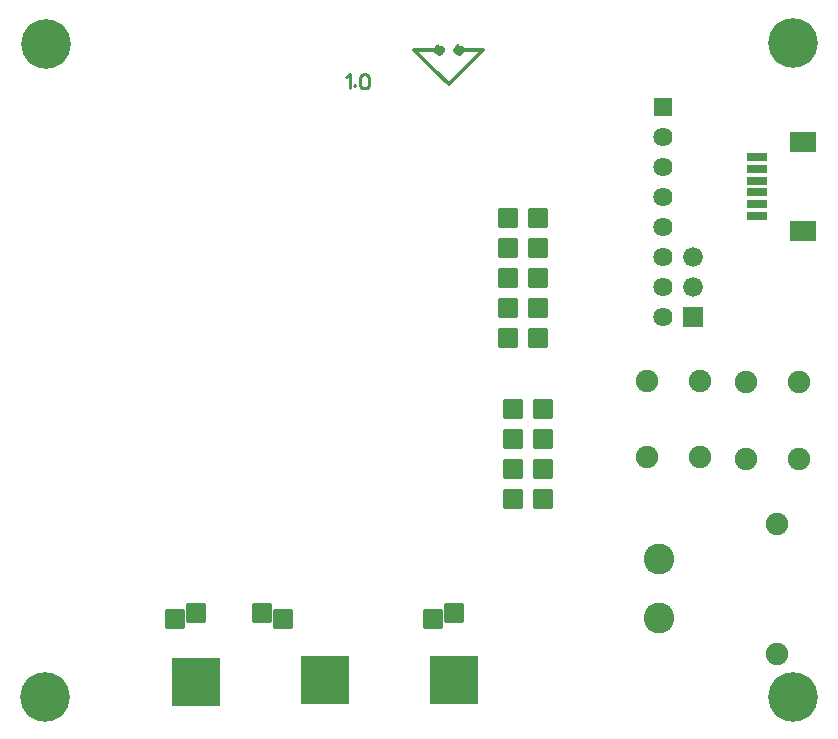
<source format=gts>
G04 Layer: TopSolderMaskLayer*
G04 EasyEDA v6.5.39, 2024-01-09 23:26:39*
G04 412fee2aba674f6794ce960f83f023ec,7c1e8d740ba24e6f83eb2d53d3341807,10*
G04 Gerber Generator version 0.2*
G04 Scale: 100 percent, Rotated: No, Reflected: No *
G04 Dimensions in millimeters *
G04 leading zeros omitted , absolute positions ,4 integer and 5 decimal *
%FSLAX45Y45*%
%MOMM*%

%AMMACRO1*1,1,$1,$2,$3*1,1,$1,$4,$5*1,1,$1,0-$2,0-$3*1,1,$1,0-$4,0-$5*20,1,$1,$2,$3,$4,$5,0*20,1,$1,$4,$5,0-$2,0-$3,0*20,1,$1,0-$2,0-$3,0-$4,0-$5,0*20,1,$1,0-$4,0-$5,$2,$3,0*4,1,4,$2,$3,$4,$5,0-$2,0-$3,0-$4,0-$5,$2,$3,0*%
%ADD10C,0.2500*%
%ADD11C,0.3500*%
%ADD12C,1.6764*%
%ADD13R,1.6764X1.6764*%
%ADD14MACRO1,0.1016X0.7874X0.7874X0.7874X-0.7874*%
%ADD15R,1.7532X0.8032*%
%ADD16R,2.2032X1.7032*%
%ADD17R,1.6256X1.6256*%
%ADD18C,1.6256*%
%ADD19C,1.9016*%
%ADD20C,2.6016*%
%ADD21MACRO1,0.1016X2X2X2X-2*%
%ADD22MACRO1,0.1016X0.7875X0.7875X0.7875X-0.7875*%
%ADD23C,4.2016*%
%ADD24C,0.7500*%

%LPD*%
D10*
X393700Y2503678D02*
G01*
X405129Y2509265D01*
X422147Y2526537D01*
X422147Y2407157D01*
X465328Y2435605D02*
G01*
X459486Y2429763D01*
X465328Y2424176D01*
X470915Y2429763D01*
X465328Y2435605D01*
X542544Y2526537D02*
G01*
X525526Y2520695D01*
X514095Y2503678D01*
X508507Y2475229D01*
X508507Y2458212D01*
X514095Y2429763D01*
X525526Y2412745D01*
X542544Y2407157D01*
X553973Y2407157D01*
X570992Y2412745D01*
X582421Y2429763D01*
X588010Y2458212D01*
X588010Y2475229D01*
X582421Y2503678D01*
X570992Y2520695D01*
X553973Y2526537D01*
X542544Y2526537D01*
D11*
X1346354Y2730487D02*
G01*
X1552097Y2730487D01*
X1265069Y2443467D01*
X1181254Y2730487D02*
G01*
X965354Y2730487D01*
X1133741Y2562087D01*
X1265168Y2443467D01*
D12*
G01*
X3327400Y977900D03*
G01*
X3327400Y723900D03*
D13*
G01*
X3327400Y469900D03*
D14*
G01*
X2019300Y546100D03*
G01*
X2019300Y292100D03*
G01*
X1765300Y292100D03*
G01*
X2019300Y800100D03*
G01*
X1803397Y-558800D03*
G01*
X1803400Y-1066800D03*
D15*
G01*
X3870248Y1324792D03*
G01*
X3870248Y1424818D03*
G01*
X3870248Y1524817D03*
G01*
X3870248Y1624817D03*
G01*
X3870248Y1724817D03*
G01*
X3870248Y1824817D03*
D16*
G01*
X4257751Y1954789D03*
G01*
X4257751Y1194795D03*
D14*
G01*
X1130297Y-2082495D03*
G01*
X-142999Y-2082495D03*
G01*
X-1054097Y-2082495D03*
G01*
X2057400Y-1066800D03*
G01*
X2057394Y-304800D03*
G01*
X1803400Y-812800D03*
G01*
X1803397Y-304800D03*
D17*
G01*
X3073400Y2247900D03*
D18*
G01*
X3073400Y1993900D03*
G01*
X3073400Y1739900D03*
G01*
X3073400Y1485900D03*
G01*
X3073400Y1231900D03*
G01*
X3073400Y977900D03*
G01*
X3073400Y723900D03*
G01*
X3073400Y469900D03*
D19*
G01*
X2937306Y-718693D03*
G01*
X2937306Y-68706D03*
G01*
X3387293Y-718693D03*
G01*
X3387293Y-68706D03*
G01*
X3775506Y-731393D03*
G01*
X3775506Y-81406D03*
G01*
X4225493Y-731393D03*
G01*
X4225493Y-81406D03*
D20*
G01*
X3043300Y-2078812D03*
G01*
X3043300Y-1578813D03*
D19*
G01*
X4043299Y-1278813D03*
G01*
X4043299Y-2378811D03*
D14*
G01*
X2057394Y-558802D03*
G01*
X2057394Y-812797D03*
G01*
X1765300Y546100D03*
G01*
X1765300Y800100D03*
D21*
G01*
X-876297Y-2616200D03*
G01*
X215900Y-2603500D03*
G01*
X1308097Y-2603500D03*
D14*
G01*
X-876297Y-2031994D03*
G01*
X-317500Y-2031994D03*
G01*
X1308097Y-2031994D03*
G01*
X1765300Y1054100D03*
G01*
X1765300Y1308100D03*
G01*
X2019294Y1307998D03*
D22*
G01*
X2019300Y1054100D03*
D23*
G01*
X4178300Y-2743200D03*
G01*
X4178300Y2794000D03*
G01*
X-2146300Y2781300D03*
G01*
X-2159000Y-2743200D03*
D24*
G75*
G01
X1358976Y2730500D02*
G03X1358976Y2730500I-12700J0D01*
G75*
G01
X1193876Y2730500D02*
G03X1193876Y2730500I-12700J0D01*
M02*

</source>
